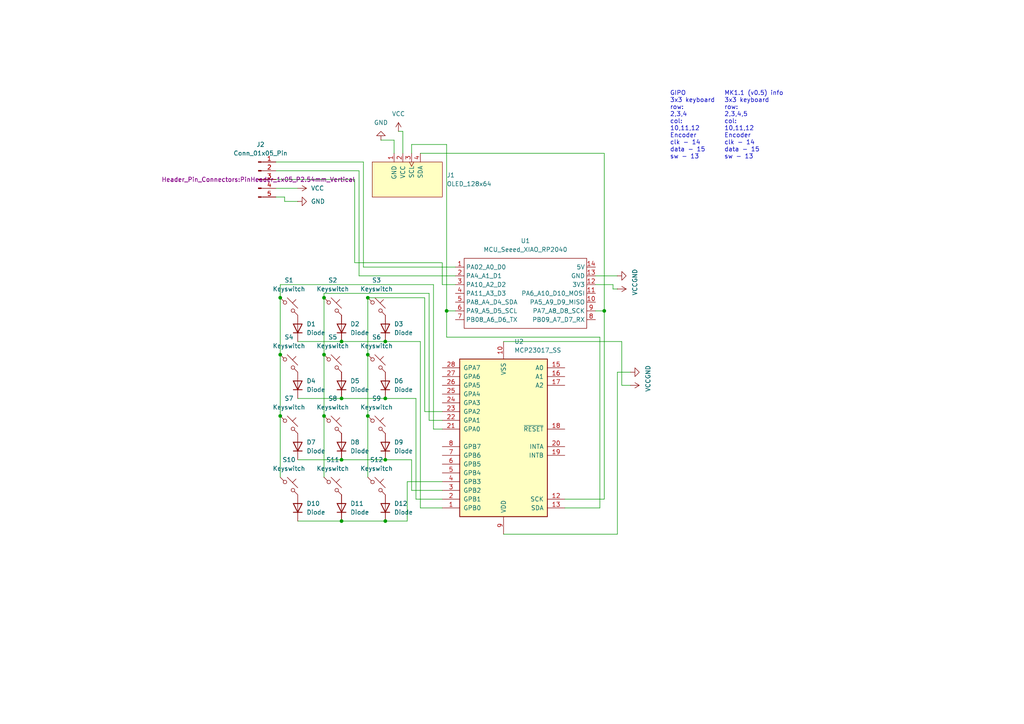
<source format=kicad_sch>
(kicad_sch (version 20250114) (generator "eeschema") (generator_version "9.0")
  (paper "A4")
  (lib_symbols
    (symbol "Connector:Conn_01x05_Pin" (pin_names (offset 1.016) (hide yes))
      (property "Reference" "J" (at 0 7.62 0))
      (property "Value" "Conn_01x05_Pin" (at 0 -7.62 0))
      (symbol "Conn_01x05_Pin_1_1"
        (rectangle (start 0.8636 5.207) (end 0 4.953) (stroke (width 0.1524)) (fill (type outline)))
        (rectangle (start 0.8636 2.667) (end 0 2.413) (stroke (width 0.1524)) (fill (type outline)))
        (rectangle (start 0.8636 0.127) (end 0 -0.127) (stroke (width 0.1524)) (fill (type outline)))
        (rectangle (start 0.8636 -2.413) (end 0 -2.667) (stroke (width 0.1524)) (fill (type outline)))
        (rectangle (start 0.8636 -4.953) (end 0 -5.207) (stroke (width 0.1524)) (fill (type outline)))
        (polyline (pts (xy 1.27 5.08) (xy 0.8636 5.08)) (stroke (width 0.1524)))
        (polyline (pts (xy 1.27 2.54) (xy 0.8636 2.54)) (stroke (width 0.1524)))
        (polyline (pts (xy 1.27 0) (xy 0.8636 0)) (stroke (width 0.1524)))
        (polyline (pts (xy 1.27 -2.54) (xy 0.8636 -2.54)) (stroke (width 0.1524)))
        (polyline (pts (xy 1.27 -5.08) (xy 0.8636 -5.08)) (stroke (width 0.1524)))
        (pin passive line (at 5.08 5.08 180) (length 3.81) (name "Pin_1") (number "1"))
        (pin passive line (at 5.08 2.54 180) (length 3.81) (name "Pin_2") (number "2"))
        (pin passive line (at 5.08 0 180) (length 3.81) (name "Pin_3") (number "3"))
        (pin passive line (at 5.08 -2.54 180) (length 3.81) (name "Pin_4") (number "4"))
        (pin passive line (at 5.08 -5.08 180) (length 3.81) (name "Pin_5") (number "5"))
      )
    )
    (symbol "Interface_Expansion:MCP23017_SS" (pin_names (offset 1.016))
      (property "Reference" "U" (at -11.43 24.13 0))
      (property "Value" "MCP23017_SS" (at 0 0 0))
      (symbol "MCP23017_SS_0_1"
        (rectangle (start -12.7 22.86) (end 12.7 -22.86) (stroke (width 0.254)) (fill (type background)))
      )
      (symbol "MCP23017_SS_1_1"
        (pin bidirectional line (at -17.78 20.32 0) (length 5.08) (name "SDA") (number "13"))
        (pin input line (at -17.78 17.78 0) (length 5.08) (name "SCK") (number "12"))
        (pin tri_state line (at -17.78 5.08 0) (length 5.08) (name "INTB") (number "19"))
        (pin tri_state line (at -17.78 2.54 0) (length 5.08) (name "INTA") (number "20"))
        (pin input line (at -17.78 -2.54 0) (length 5.08) (name "~{RESET}") (number "18"))
        (pin input line (at -17.78 -15.24 0) (length 5.08) (name "A2") (number "17"))
        (pin input line (at -17.78 -17.78 0) (length 5.08) (name "A1") (number "16"))
        (pin input line (at -17.78 -20.32 0) (length 5.08) (name "A0") (number "15"))
        (pin no_connect line (at -12.7 15.24 0) (length 5.08) (hide yes) (name "NC") (number "11"))
        (pin no_connect line (at -12.7 12.7 0) (length 5.08) (hide yes) (name "NC") (number "14"))
        (pin power_in line (at 0 27.94 270) (length 5.08) (name "VDD") (number "9"))
        (pin power_in line (at 0 -27.94 90) (length 5.08) (name "VSS") (number "10"))
        (pin bidirectional line (at 17.78 20.32 180) (length 5.08) (name "GPB0") (number "1"))
        (pin bidirectional line (at 17.78 17.78 180) (length 5.08) (name "GPB1") (number "2"))
        (pin bidirectional line (at 17.78 15.24 180) (length 5.08) (name "GPB2") (number "3"))
        (pin bidirectional line (at 17.78 12.7 180) (length 5.08) (name "GPB3") (number "4"))
        (pin bidirectional line (at 17.78 10.16 180) (length 5.08) (name "GPB4") (number "5"))
        (pin bidirectional line (at 17.78 7.62 180) (length 5.08) (name "GPB5") (number "6"))
        (pin bidirectional line (at 17.78 5.08 180) (length 5.08) (name "GPB6") (number "7"))
        (pin output line (at 17.78 2.54 180) (length 5.08) (name "GPB7") (number "8"))
        (pin bidirectional line (at 17.78 -2.54 180) (length 5.08) (name "GPA0") (number "21"))
        (pin bidirectional line (at 17.78 -5.08 180) (length 5.08) (name "GPA1") (number "22"))
        (pin bidirectional line (at 17.78 -7.62 180) (length 5.08) (name "GPA2") (number "23"))
        (pin bidirectional line (at 17.78 -10.16 180) (length 5.08) (name "GPA3") (number "24"))
        (pin bidirectional line (at 17.78 -12.7 180) (length 5.08) (name "GPA4") (number "25"))
        (pin bidirectional line (at 17.78 -15.24 180) (length 5.08) (name "GPA5") (number "26"))
        (pin bidirectional line (at 17.78 -17.78 180) (length 5.08) (name "GPA6") (number "27"))
        (pin output line (at 17.78 -20.32 180) (length 5.08) (name "GPA7") (number "28"))
      )
    )
    (symbol "ScottoKicad:MCU_Seeed_XIAO_RP2040"
      (property "Reference" "U" (at -16.51 11.43 0))
      (property "Value" "MCU_Seeed_XIAO_RP2040" (at -3.81 -11.43 0))
      (symbol "MCU_Seeed_XIAO_RP2040_0_1"
        (rectangle (start -16.51 10.16) (end 19.05 -10.16))
      )
      (symbol "MCU_Seeed_XIAO_RP2040_1_1"
        (pin passive line (at -19.05 7.62 0) (length 2.54) (name "PA02_A0_D0") (number "1"))
        (pin passive line (at -19.05 5.08 0) (length 2.54) (name "PA4_A1_D1") (number "2"))
        (pin passive line (at -19.05 2.54 0) (length 2.54) (name "PA10_A2_D2") (number "3"))
        (pin passive line (at -19.05 0 0) (length 2.54) (name "PA11_A3_D3") (number "4"))
        (pin passive line (at -19.05 -2.54 0) (length 2.54) (name "PA8_A4_D4_SDA") (number "5"))
        (pin passive line (at -19.05 -5.08 0) (length 2.54) (name "PA9_A5_D5_SCL") (number "6"))
        (pin passive line (at -19.05 -7.62 0) (length 2.54) (name "PB08_A6_D6_TX") (number "7"))
        (pin passive line (at 21.59 7.62 180) (length 2.54) (name "5V") (number "14"))
        (pin passive line (at 21.59 5.08 180) (length 2.54) (name "GND") (number "13"))
        (pin passive line (at 21.59 2.54 180) (length 2.54) (name "3V3") (number "12"))
        (pin passive line (at 21.59 0 180) (length 2.54) (name "PA6_A10_D10_MOSI") (number "11"))
        (pin passive line (at 21.59 -2.54 180) (length 2.54) (name "PA5_A9_D9_MISO") (number "10"))
        (pin passive line (at 21.59 -5.08 180) (length 2.54) (name "PA7_A8_D8_SCK") (number "9"))
        (pin passive line (at 21.59 -7.62 180) (length 2.54) (name "PB09_A7_D7_RX") (number "8"))
      )
    )
    (symbol "ScottoKicad:OLED_128x64" (pin_names (offset 1.016))
      (property "Reference" "J" (at 0 -11.43 0))
      (property "Value" "OLED_128x64" (at 0 -7.62 0))
      (symbol "OLED_128x64_0_1"
        (rectangle (start 10.16 -10.16) (end -10.16 0) (fill (type background)))
      )
      (symbol "OLED_128x64_1_1"
        (pin power_in line (at -3.81 2.54 270) (length 2.54) (name "GND") (number "1"))
        (pin power_in line (at -1.27 2.54 270) (length 2.54) (name "VCC") (number "2"))
        (pin input clock (at 1.27 2.54 270) (length 2.54) (name "SCL") (number "3"))
        (pin bidirectional line (at 3.81 2.54 270) (length 2.54) (name "SDA") (number "4"))
      )
    )
    (symbol "ScottoKicad:Placeholder_Diode" (pin_numbers (hide yes)) (pin_names (hide yes))
      (property "Reference" "D" (at 0 2.54 0))
      (property "Value" "Diode" (at 0 -2.54 0))
      (symbol "Placeholder_Diode_0_1"
        (polyline (pts (xy -1.27 1.27) (xy -1.27 -1.27)) (stroke (width 0.254)))
        (polyline (pts (xy 1.27 1.27) (xy 1.27 -1.27) (xy -1.27 0) (xy 1.27 1.27)) (stroke (width 0.254)))
        (polyline (pts (xy 1.27 0) (xy -1.27 0)))
      )
      (symbol "Placeholder_Diode_1_1"
        (pin passive line (at -3.81 0 0) (length 2.54) (name "K") (number "1"))
        (pin passive line (at 3.81 0 180) (length 2.54) (name "A") (number "2"))
      )
    )
    (symbol "ScottoKicad:Placeholder_Keyswitch" (pin_numbers (hide yes)) (pin_names (offset 1.016) (hide yes))
      (property "Reference" "S" (at 3.048 1.016 0))
      (property "Value" "Keyswitch" (at 0 -3.81 0))
      (symbol "Placeholder_Keyswitch_0_1"
        (polyline (pts (xy -2.54 2.54) (xy -1.524 1.524) (xy -1.524 1.524)))
        (circle (center -1.1684 1.1684) (radius 0.508))
        (polyline (pts (xy -0.508 2.54) (xy 2.54 -0.508)))
        (polyline (pts (xy 1.016 1.016) (xy 2.032 2.032)))
        (circle (center 1.143 -1.1938) (radius 0.508))
        (polyline (pts (xy 1.524 -1.524) (xy 2.54 -2.54) (xy 2.54 -2.54) (xy 2.54 -2.54)))
        (pin passive line (at -2.54 2.54 0) (length 0) (name "1") (number "1"))
        (pin passive line (at 2.54 -2.54 180) (length 0) (name "2") (number "2"))
      )
    )
    (symbol "power:GND" (power) (pin_numbers (hide yes)) (pin_names (offset 0) (hide yes))
      (property "Value" "GND" (at 0 -3.81 0))
      (symbol "GND_0_1"
        (polyline (pts (xy 0 0) (xy 0 -1.27) (xy 1.27 -1.27) (xy 0 -2.54) (xy -1.27 -1.27) (xy 0 -1.27)))
      )
      (symbol "GND_1_1"
        (pin power_in line (at 0 0 270) (length 0) (name "~") (number "1"))
      )
    )
    (symbol "power:VCC" (power) (pin_numbers (hide yes)) (pin_names (offset 0) (hide yes))
      (property "Value" "VCC" (at 0 3.556 0))
      (symbol "VCC_0_1"
        (polyline (pts (xy -0.762 1.27) (xy 0 2.54)))
        (polyline (pts (xy 0 2.54) (xy 0.762 1.27)))
        (polyline (pts (xy 0 0) (xy 0 2.54)))
      )
      (symbol "VCC_1_1"
        (pin power_in line (at 0 0 90) (length 0) (name "~") (number "1"))
      )
    )
  )
  (text "GIPO\n3x3 keyboard\nrow:\n2,3,4\ncol:\n10,11,12\nEncoder\nclk - 14\ndata - 15 \nsw - 13\n" (at 194.31 36.322 0) (effects (font (size 1.27 1.27)) (justify left)))
  (text "MK1.1 (v0.5) info\n3x3 keyboard\nrow:\n2,3,4,5\ncol:\n10,11,12\nEncoder\nclk - 14\ndata - 15 \nsw - 13\n" (at 210.058 36.322 0) (effects (font (size 1.27 1.27)) (justify left)))
  (junction (at 99.06 151.13))
  (junction (at 111.76 151.13))
  (junction (at 111.76 99.06))
  (junction (at 99.06 115.57))
  (junction (at 81.28 102.87))
  (junction (at 93.98 120.65))
  (junction (at 111.76 115.57))
  (junction (at 175.26 90.17))
  (junction (at 106.68 86.36))
  (junction (at 99.06 99.06))
  (junction (at 106.68 102.87))
  (junction (at 106.68 120.65))
  (junction (at 93.98 86.36))
  (junction (at 99.06 133.35))
  (junction (at 93.98 102.87))
  (junction (at 111.76 133.35))
  (junction (at 81.28 120.65))
  (junction (at 129.54 90.17))
  (junction (at 81.28 86.36))
  (wire (pts (xy 120.65 144.78) (xy 128.27 144.78)))
  (wire (pts (xy 93.98 102.87) (xy 93.98 120.65)))
  (wire (pts (xy 111.76 99.06) (xy 121.92 99.06)))
  (wire (pts (xy 123.19 86.36) (xy 123.19 119.38)))
  (wire (pts (xy 146.05 154.94) (xy 179.07 154.94)))
  (wire (pts (xy 179.07 154.94) (xy 179.07 107.95)))
  (wire (pts (xy 125.73 124.46) (xy 128.27 124.46)))
  (wire (pts (xy 86.36 133.35) (xy 99.06 133.35)))
  (wire (pts (xy 124.46 121.92) (xy 128.27 121.92)))
  (wire (pts (xy 175.26 90.17) (xy 172.72 90.17)))
  (wire (pts (xy 118.11 139.7) (xy 128.27 139.7)))
  (wire (pts (xy 110.49 40.64) (xy 114.3 40.64)))
  (wire (pts (xy 119.38 41.91) (xy 129.54 41.91)))
  (wire (pts (xy 81.28 82.55) (xy 125.73 82.55)))
  (wire (pts (xy 93.98 86.36) (xy 93.98 85.09)))
  (wire (pts (xy 180.34 111.76) (xy 182.88 111.76)))
  (wire (pts (xy 93.98 120.65) (xy 93.98 138.43)))
  (wire (pts (xy 80.01 52.07) (xy 102.87 52.07)))
  (wire (pts (xy 102.87 52.07) (xy 102.87 76.2)))
  (wire (pts (xy 129.54 41.91) (xy 129.54 90.17)))
  (wire (pts (xy 128.27 82.55) (xy 132.08 82.55)))
  (wire (pts (xy 86.36 151.13) (xy 99.06 151.13)))
  (wire (pts (xy 114.3 40.64) (xy 114.3 44.45)))
  (wire (pts (xy 119.38 133.35) (xy 119.38 142.24)))
  (wire (pts (xy 175.26 44.45) (xy 175.26 90.17)))
  (wire (pts (xy 129.54 97.79) (xy 173.99 97.79)))
  (wire (pts (xy 82.55 57.15) (xy 82.55 58.42)))
  (wire (pts (xy 123.19 119.38) (xy 128.27 119.38)))
  (wire (pts (xy 93.98 85.09) (xy 124.46 85.09)))
  (wire (pts (xy 99.06 115.57) (xy 111.76 115.57)))
  (wire (pts (xy 119.38 142.24) (xy 128.27 142.24)))
  (wire (pts (xy 146.05 99.06) (xy 180.34 99.06)))
  (wire (pts (xy 175.26 144.78) (xy 175.26 90.17)))
  (wire (pts (xy 177.8 83.82) (xy 177.8 82.55)))
  (wire (pts (xy 81.28 120.65) (xy 81.28 138.43)))
  (wire (pts (xy 86.36 99.06) (xy 99.06 99.06)))
  (wire (pts (xy 124.46 85.09) (xy 124.46 121.92)))
  (wire (pts (xy 82.55 58.42) (xy 86.36 58.42)))
  (wire (pts (xy 163.83 144.78) (xy 175.26 144.78)))
  (wire (pts (xy 102.87 76.2) (xy 128.27 76.2)))
  (wire (pts (xy 106.68 86.36) (xy 123.19 86.36)))
  (wire (pts (xy 105.41 46.99) (xy 105.41 77.47)))
  (wire (pts (xy 119.38 44.45) (xy 119.38 41.91)))
  (wire (pts (xy 121.92 99.06) (xy 121.92 147.32)))
  (wire (pts (xy 180.34 99.06) (xy 180.34 111.76)))
  (wire (pts (xy 179.07 83.82) (xy 177.8 83.82)))
  (wire (pts (xy 173.99 97.79) (xy 173.99 147.32)))
  (wire (pts (xy 121.92 147.32) (xy 128.27 147.32)))
  (wire (pts (xy 106.68 86.36) (xy 106.68 102.87)))
  (wire (pts (xy 115.57 38.1) (xy 116.84 38.1)))
  (wire (pts (xy 128.27 76.2) (xy 128.27 82.55)))
  (wire (pts (xy 116.84 38.1) (xy 116.84 44.45)))
  (wire (pts (xy 80.01 54.61) (xy 86.36 54.61)))
  (wire (pts (xy 111.76 133.35) (xy 119.38 133.35)))
  (wire (pts (xy 173.99 147.32) (xy 163.83 147.32)))
  (wire (pts (xy 81.28 86.36) (xy 81.28 82.55)))
  (wire (pts (xy 99.06 99.06) (xy 111.76 99.06)))
  (wire (pts (xy 104.14 80.01) (xy 132.08 80.01)))
  (wire (pts (xy 120.65 115.57) (xy 120.65 144.78)))
  (wire (pts (xy 99.06 133.35) (xy 111.76 133.35)))
  (wire (pts (xy 81.28 86.36) (xy 81.28 102.87)))
  (wire (pts (xy 129.54 90.17) (xy 129.54 97.79)))
  (wire (pts (xy 118.11 151.13) (xy 118.11 139.7)))
  (wire (pts (xy 104.14 49.53) (xy 104.14 80.01)))
  (wire (pts (xy 105.41 77.47) (xy 132.08 77.47)))
  (wire (pts (xy 93.98 86.36) (xy 93.98 102.87)))
  (wire (pts (xy 106.68 102.87) (xy 106.68 120.65)))
  (wire (pts (xy 86.36 115.57) (xy 99.06 115.57)))
  (wire (pts (xy 121.92 44.45) (xy 175.26 44.45)))
  (wire (pts (xy 80.01 57.15) (xy 82.55 57.15)))
  (wire (pts (xy 80.01 46.99) (xy 105.41 46.99)))
  (wire (pts (xy 80.01 49.53) (xy 104.14 49.53)))
  (wire (pts (xy 81.28 102.87) (xy 81.28 120.65)))
  (wire (pts (xy 179.07 80.01) (xy 172.72 80.01)))
  (wire (pts (xy 111.76 151.13) (xy 118.11 151.13)))
  (wire (pts (xy 177.8 82.55) (xy 172.72 82.55)))
  (wire (pts (xy 111.76 115.57) (xy 120.65 115.57)))
  (wire (pts (xy 99.06 151.13) (xy 111.76 151.13)))
  (wire (pts (xy 106.68 120.65) (xy 106.68 138.43)))
  (wire (pts (xy 132.08 90.17) (xy 129.54 90.17)))
  (wire (pts (xy 125.73 82.55) (xy 125.73 124.46)))
  (wire (pts (xy 179.07 107.95) (xy 182.88 107.95)))
  (symbol (lib_id "ScottoKicad:Placeholder_Diode") (at 86.36 111.76 90) (unit 1)
    (property "Reference" "D4" (at 88.9 110.4899 90) (effects (justify right)))
    (property "Value" "Diode" (at 88.9 113.0299 90) (effects (justify right)))
    (property "Footprint" "ScottoKeebs_Components:Diode_SOD-123" (effects (hide yes)))
    (property "Description" "1N4148 (DO-35) or 1N4148W (SOD-123)" (effects (hide yes)))
    (property "Sim.Device" "D" (effects (hide yes)))
    (property "Sim.Pins" "1=K 2=A" (effects (hide yes)))
  )
  (symbol (lib_id "ScottoKicad:Placeholder_Keyswitch") (at 109.22 105.41 0) (unit 1) (in_bom no)
    (property "Reference" "S6" (at 109.22 97.79 0))
    (property "Value" "Keyswitch" (at 109.22 100.33 0))
    (property "Footprint" "ScottoKeebs_Hotswap:Hotswap_Choc_V1_1.00u" (effects (hide yes)))
    (property "Description" "Push button switch, normally open, two pins, 45° tilted" (effects (hide yes)))
  )
  (symbol (lib_id "ScottoKicad:MCU_Seeed_XIAO_RP2040") (at 151.13 85.09 0) (unit 1)
    (property "Reference" "U1" (at 152.4 69.85 0))
    (property "Value" "MCU_Seeed_XIAO_RP2040" (at 152.4 72.39 0))
    (property "Footprint" "ScottoKeebs_MCU:Seeed_XIAO_RP2040" (effects (hide yes)))
  )
  (symbol (lib_id "power:VCC") (at 182.88 111.76 270) (unit 1)
    (property "Reference" "#PWR08" (effects (hide yes)))
    (property "Value" "VCC" (at 187.96 111.76 0))
    (property "Description" "Power symbol creates a global label with name \"VCC\"" (effects (hide yes)))
  )
  (symbol (lib_id "ScottoKicad:Placeholder_Diode") (at 111.76 95.25 90) (unit 1)
    (property "Reference" "D3" (at 114.3 93.9799 90) (effects (justify right)))
    (property "Value" "Diode" (at 114.3 96.5199 90) (effects (justify right)))
    (property "Footprint" "ScottoKeebs_Components:Diode_SOD-123" (effects (hide yes)))
    (property "Description" "1N4148 (DO-35) or 1N4148W (SOD-123)" (effects (hide yes)))
    (property "Sim.Device" "D" (effects (hide yes)))
    (property "Sim.Pins" "1=K 2=A" (effects (hide yes)))
  )
  (symbol (lib_id "ScottoKicad:Placeholder_Diode") (at 86.36 147.32 90) (unit 1)
    (property "Reference" "D10" (at 88.9 146.0499 90) (effects (justify right)))
    (property "Value" "Diode" (at 88.9 148.5899 90) (effects (justify right)))
    (property "Footprint" "ScottoKeebs_Components:Diode_SOD-123" (effects (hide yes)))
    (property "Description" "1N4148 (DO-35) or 1N4148W (SOD-123)" (effects (hide yes)))
    (property "Sim.Device" "D" (effects (hide yes)))
    (property "Sim.Pins" "1=K 2=A" (effects (hide yes)))
  )
  (symbol (lib_id "power:VCC") (at 86.36 54.61 270) (unit 1)
    (property "Reference" "#PWR05" (effects (hide yes)))
    (property "Value" "VCC" (at 90.17 54.6099 90) (effects (justify left)))
    (property "Description" "Power symbol creates a global label with name \"VCC\"" (effects (hide yes)))
  )
  (symbol (lib_id "power:VCC") (at 179.07 83.82 270) (unit 1)
    (property "Reference" "#PWR03" (effects (hide yes)))
    (property "Value" "VCC" (at 184.15 83.82 0))
    (property "Description" "Power symbol creates a global label with name \"VCC\"" (effects (hide yes)))
  )
  (symbol (lib_id "ScottoKicad:Placeholder_Keyswitch") (at 96.52 140.97 0) (unit 1) (in_bom no)
    (property "Reference" "S11" (at 96.52 133.35 0))
    (property "Value" "Keyswitch" (at 96.52 135.89 0))
    (property "Footprint" "ScottoKeebs_Hotswap:Hotswap_Choc_V1_1.00u" (effects (hide yes)))
    (property "Description" "Push button switch, normally open, two pins, 45° tilted" (effects (hide yes)))
  )
  (symbol (lib_id "ScottoKicad:Placeholder_Keyswitch") (at 83.82 140.97 0) (unit 1) (in_bom no)
    (property "Reference" "S10" (at 83.82 133.35 0))
    (property "Value" "Keyswitch" (at 83.82 135.89 0))
    (property "Footprint" "ScottoKeebs_Hotswap:Hotswap_Choc_V1_1.00u" (effects (hide yes)))
    (property "Description" "Push button switch, normally open, two pins, 45° tilted" (effects (hide yes)))
  )
  (symbol (lib_id "power:VCC") (at 115.57 38.1 0) (unit 1)
    (property "Reference" "#PWR04" (effects (hide yes)))
    (property "Value" "VCC" (at 115.57 33.02 0))
    (property "Description" "Power symbol creates a global label with name \"VCC\"" (effects (hide yes)))
  )
  (symbol (lib_id "Connector:Conn_01x05_Pin") (at 74.93 52.07 0) (unit 1) (in_bom no)
    (property "Reference" "J2" (at 75.565 41.91 0))
    (property "Value" "Conn_01x05_Pin" (at 75.565 44.45 0))
    (property "Footprint" "Header_Pin_Connectors:PinHeader_1x05_P2.54mm_Vertical" (at 74.93 52.07 0))
    (property "Description" "Generic connector, single row, 01x05, script generated" (effects (hide yes)))
  )
  (symbol (lib_id "ScottoKicad:OLED_128x64") (at 118.11 46.99 0) (unit 1) (in_bom no)
    (property "Reference" "J1" (at 129.54 50.7999 0) (effects (justify left)))
    (property "Value" "OLED_128x64" (at 129.54 53.3399 0) (effects (justify left)))
    (property "Footprint" "ScottoKeebs_Components:OLED_128x64" (effects (hide yes)))
  )
  (symbol (lib_id "ScottoKicad:Placeholder_Diode") (at 99.06 95.25 90) (unit 1)
    (property "Reference" "D2" (at 101.6 93.9799 90) (effects (justify right)))
    (property "Value" "Diode" (at 101.6 96.5199 90) (effects (justify right)))
    (property "Footprint" "ScottoKeebs_Components:Diode_SOD-123" (effects (hide yes)))
    (property "Description" "1N4148 (DO-35) or 1N4148W (SOD-123)" (effects (hide yes)))
    (property "Sim.Device" "D" (effects (hide yes)))
    (property "Sim.Pins" "1=K 2=A" (effects (hide yes)))
  )
  (symbol (lib_id "ScottoKicad:Placeholder_Diode") (at 111.76 111.76 90) (unit 1)
    (property "Reference" "D6" (at 114.3 110.4899 90) (effects (justify right)))
    (property "Value" "Diode" (at 114.3 113.0299 90) (effects (justify right)))
    (property "Footprint" "ScottoKeebs_Components:Diode_SOD-123" (effects (hide yes)))
    (property "Description" "1N4148 (DO-35) or 1N4148W (SOD-123)" (effects (hide yes)))
    (property "Sim.Device" "D" (effects (hide yes)))
    (property "Sim.Pins" "1=K 2=A" (effects (hide yes)))
  )
  (symbol (lib_id "ScottoKicad:Placeholder_Keyswitch") (at 83.82 88.9 0) (unit 1) (in_bom no)
    (property "Reference" "S1" (at 83.82 81.28 0))
    (property "Value" "Keyswitch" (at 83.82 83.82 0))
    (property "Footprint" "ScottoKeebs_Hotswap:Hotswap_Choc_V1_1.00u" (effects (hide yes)))
    (property "Description" "Push button switch, normally open, two pins, 45° tilted" (effects (hide yes)))
  )
  (symbol (lib_id "ScottoKicad:Placeholder_Diode") (at 99.06 147.32 90) (unit 1)
    (property "Reference" "D11" (at 101.6 146.0499 90) (effects (justify right)))
    (property "Value" "Diode" (at 101.6 148.5899 90) (effects (justify right)))
    (property "Footprint" "ScottoKeebs_Components:Diode_SOD-123" (effects (hide yes)))
    (property "Description" "1N4148 (DO-35) or 1N4148W (SOD-123)" (effects (hide yes)))
    (property "Sim.Device" "D" (effects (hide yes)))
    (property "Sim.Pins" "1=K 2=A" (effects (hide yes)))
  )
  (symbol (lib_id "ScottoKicad:Placeholder_Keyswitch") (at 109.22 140.97 0) (unit 1) (in_bom no)
    (property "Reference" "S12" (at 109.22 133.35 0))
    (property "Value" "Keyswitch" (at 109.22 135.89 0))
    (property "Footprint" "ScottoKeebs_Hotswap:Hotswap_Choc_V1_1.00u" (effects (hide yes)))
    (property "Description" "Push button switch, normally open, two pins, 45° tilted" (effects (hide yes)))
  )
  (symbol (lib_id "Interface_Expansion:MCP23017_SS") (at 146.05 127 180) (unit 1)
    (property "Reference" "U2" (at 149.1681 99.06 0) (effects (justify right)))
    (property "Value" "MCP23017_SS" (at 149.1681 101.6 0) (effects (justify right)))
    (property "Footprint" "Package_SO:SSOP-28_5.3x10.2mm_P0.65mm" (effects (hide yes)))
    (property "Datasheet" "https://ww1.microchip.com/downloads/aemDocuments/documents/APID/ProductDocuments/DataSheets/MCP23017-Data-Sheet-DS20001952.pdf" (effects (hide yes)))
    (property "Description" "16-bit I/O expander, I2C, interrupts, w pull-ups, SSOP-28" (effects (hide yes)))
  )
  (symbol (lib_id "ScottoKicad:Placeholder_Keyswitch") (at 83.82 123.19 0) (unit 1) (in_bom no)
    (property "Reference" "S7" (at 83.82 115.57 0))
    (property "Value" "Keyswitch" (at 83.82 118.11 0))
    (property "Footprint" "ScottoKeebs_Hotswap:Hotswap_Choc_V1_1.00u" (effects (hide yes)))
    (property "Description" "Push button switch, normally open, two pins, 45° tilted" (effects (hide yes)))
  )
  (symbol (lib_id "ScottoKicad:Placeholder_Diode") (at 111.76 129.54 90) (unit 1)
    (property "Reference" "D9" (at 114.3 128.2699 90) (effects (justify right)))
    (property "Value" "Diode" (at 114.3 130.8099 90) (effects (justify right)))
    (property "Footprint" "ScottoKeebs_Components:Diode_SOD-123" (effects (hide yes)))
    (property "Description" "1N4148 (DO-35) or 1N4148W (SOD-123)" (effects (hide yes)))
    (property "Sim.Device" "D" (effects (hide yes)))
    (property "Sim.Pins" "1=K 2=A" (effects (hide yes)))
  )
  (symbol (lib_id "ScottoKicad:Placeholder_Diode") (at 99.06 129.54 90) (unit 1)
    (property "Reference" "D8" (at 101.6 128.2699 90) (effects (justify right)))
    (property "Value" "Diode" (at 101.6 130.8099 90) (effects (justify right)))
    (property "Footprint" "ScottoKeebs_Components:Diode_SOD-123" (effects (hide yes)))
    (property "Description" "1N4148 (DO-35) or 1N4148W (SOD-123)" (effects (hide yes)))
    (property "Sim.Device" "D" (effects (hide yes)))
    (property "Sim.Pins" "1=K 2=A" (effects (hide yes)))
  )
  (symbol (lib_id "ScottoKicad:Placeholder_Keyswitch") (at 96.52 88.9 0) (unit 1) (in_bom no)
    (property "Reference" "S2" (at 96.52 81.28 0))
    (property "Value" "Keyswitch" (at 96.52 83.82 0))
    (property "Footprint" "ScottoKeebs_Hotswap:Hotswap_Choc_V1_1.00u" (effects (hide yes)))
    (property "Description" "Push button switch, normally open, two pins, 45° tilted" (effects (hide yes)))
  )
  (symbol (lib_id "ScottoKicad:Placeholder_Keyswitch") (at 109.22 88.9 0) (unit 1) (in_bom no)
    (property "Reference" "S3" (at 109.22 81.28 0))
    (property "Value" "Keyswitch" (at 109.22 83.82 0))
    (property "Footprint" "ScottoKeebs_Hotswap:Hotswap_Choc_V1_1.00u" (effects (hide yes)))
    (property "Description" "Push button switch, normally open, two pins, 45° tilted" (effects (hide yes)))
  )
  (symbol (lib_id "power:GND") (at 182.88 107.95 90) (unit 1)
    (property "Reference" "#PWR07" (effects (hide yes)))
    (property "Value" "GND" (at 187.96 107.95 0))
    (property "Description" "Power symbol creates a global label with name \"GND\" , ground" (effects (hide yes)))
  )
  (symbol (lib_id "ScottoKicad:Placeholder_Diode") (at 86.36 95.25 90) (unit 1)
    (property "Reference" "D1" (at 88.9 93.9799 90) (effects (justify right)))
    (property "Value" "Diode" (at 88.9 96.5199 90) (effects (justify right)))
    (property "Footprint" "ScottoKeebs_Components:Diode_SOD-123" (effects (hide yes)))
    (property "Description" "1N4148 (DO-35) or 1N4148W (SOD-123)" (effects (hide yes)))
    (property "Sim.Device" "D" (effects (hide yes)))
    (property "Sim.Pins" "1=K 2=A" (effects (hide yes)))
  )
  (symbol (lib_id "power:GND") (at 179.07 80.01 90) (unit 1)
    (property "Reference" "#PWR02" (effects (hide yes)))
    (property "Value" "GND" (at 184.15 80.01 0))
    (property "Description" "Power symbol creates a global label with name \"GND\" , ground" (effects (hide yes)))
  )
  (symbol (lib_id "ScottoKicad:Placeholder_Diode") (at 99.06 111.76 90) (unit 1)
    (property "Reference" "D5" (at 101.6 110.4899 90) (effects (justify right)))
    (property "Value" "Diode" (at 101.6 113.0299 90) (effects (justify right)))
    (property "Footprint" "ScottoKeebs_Components:Diode_SOD-123" (effects (hide yes)))
    (property "Description" "1N4148 (DO-35) or 1N4148W (SOD-123)" (effects (hide yes)))
    (property "Sim.Device" "D" (effects (hide yes)))
    (property "Sim.Pins" "1=K 2=A" (effects (hide yes)))
  )
  (symbol (lib_id "ScottoKicad:Placeholder_Diode") (at 111.76 147.32 90) (unit 1)
    (property "Reference" "D12" (at 114.3 146.0499 90) (effects (justify right)))
    (property "Value" "Diode" (at 114.3 148.5899 90) (effects (justify right)))
    (property "Footprint" "ScottoKeebs_Components:Diode_SOD-123" (effects (hide yes)))
    (property "Description" "1N4148 (DO-35) or 1N4148W (SOD-123)" (effects (hide yes)))
    (property "Sim.Device" "D" (effects (hide yes)))
    (property "Sim.Pins" "1=K 2=A" (effects (hide yes)))
  )
  (symbol (lib_id "power:GND") (at 86.36 58.42 90) (unit 1)
    (property "Reference" "#PWR06" (effects (hide yes)))
    (property "Value" "GND" (at 90.17 58.4199 90) (effects (justify right)))
    (property "Description" "Power symbol creates a global label with name \"GND\" , ground" (effects (hide yes)))
  )
  (symbol (lib_id "ScottoKicad:Placeholder_Keyswitch") (at 96.52 123.19 0) (unit 1) (in_bom no)
    (property "Reference" "S8" (at 96.52 115.57 0))
    (property "Value" "Keyswitch" (at 96.52 118.11 0))
    (property "Footprint" "ScottoKeebs_Hotswap:Hotswap_Choc_V1_1.00u" (effects (hide yes)))
    (property "Description" "Push button switch, normally open, two pins, 45° tilted" (effects (hide yes)))
  )
  (symbol (lib_id "ScottoKicad:Placeholder_Keyswitch") (at 83.82 105.41 0) (unit 1) (in_bom no)
    (property "Reference" "S4" (at 83.82 97.79 0))
    (property "Value" "Keyswitch" (at 83.82 100.33 0))
    (property "Footprint" "ScottoKeebs_Hotswap:Hotswap_Choc_V1_1.00u" (effects (hide yes)))
    (property "Description" "Push button switch, normally open, two pins, 45° tilted" (effects (hide yes)))
  )
  (symbol (lib_id "power:GND") (at 110.49 40.64 180) (unit 1)
    (property "Reference" "#PWR01" (effects (hide yes)))
    (property "Value" "GND" (at 110.49 35.56 0))
    (property "Description" "Power symbol creates a global label with name \"GND\" , ground" (effects (hide yes)))
  )
  (symbol (lib_id "ScottoKicad:Placeholder_Keyswitch") (at 109.22 123.19 0) (unit 1) (in_bom no)
    (property "Reference" "S9" (at 109.22 115.57 0))
    (property "Value" "Keyswitch" (at 109.22 118.11 0))
    (property "Footprint" "ScottoKeebs_Hotswap:Hotswap_Choc_V1_1.00u" (effects (hide yes)))
    (property "Description" "Push button switch, normally open, two pins, 45° tilted" (effects (hide yes)))
  )
  (symbol (lib_id "ScottoKicad:Placeholder_Keyswitch") (at 96.52 105.41 0) (unit 1) (in_bom no)
    (property "Reference" "S5" (at 96.52 97.79 0))
    (property "Value" "Keyswitch" (at 96.52 100.33 0))
    (property "Footprint" "ScottoKeebs_Hotswap:Hotswap_Choc_V1_1.00u" (effects (hide yes)))
    (property "Description" "Push button switch, normally open, two pins, 45° tilted" (effects (hide yes)))
  )
  (symbol (lib_id "ScottoKicad:Placeholder_Diode") (at 86.36 129.54 90) (unit 1)
    (property "Reference" "D7" (at 88.9 128.2699 90) (effects (justify right)))
    (property "Value" "Diode" (at 88.9 130.8099 90) (effects (justify right)))
    (property "Footprint" "ScottoKeebs_Components:Diode_SOD-123" (effects (hide yes)))
    (property "Description" "1N4148 (DO-35) or 1N4148W (SOD-123)" (effects (hide yes)))
    (property "Sim.Device" "D" (effects (hide yes)))
    (property "Sim.Pins" "1=K 2=A" (effects (hide yes)))
  )
)
</source>
